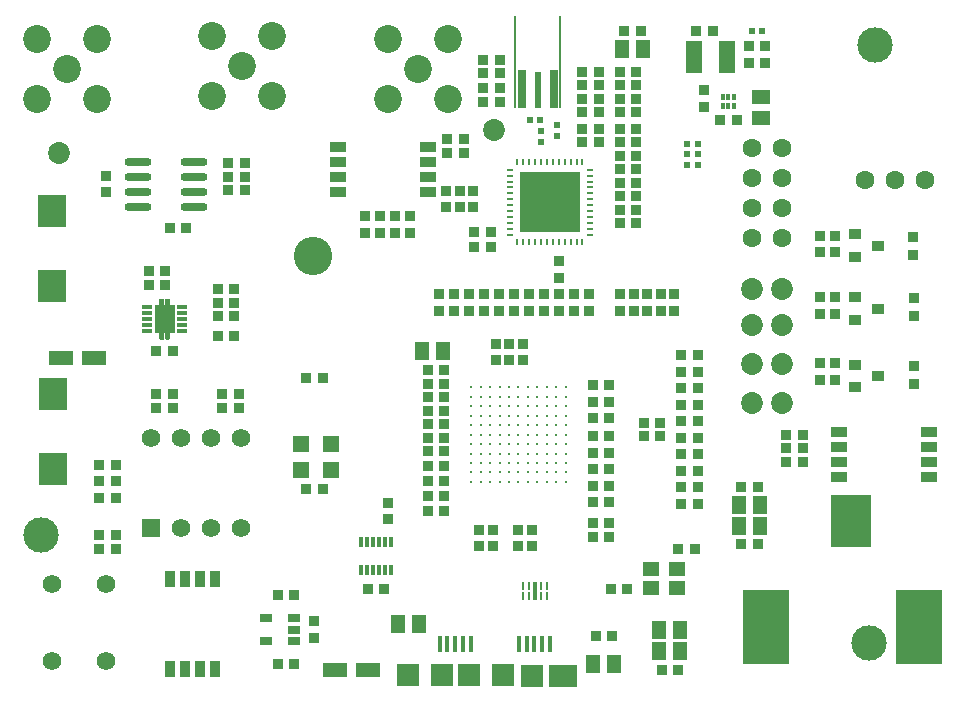
<source format=gts>
%FSLAX25Y25*%
%MOIN*%
G70*
G01*
G75*
G04 Layer_Color=8388736*
%ADD10C,0.01200*%
%ADD11C,0.01100*%
%ADD12R,0.03000X0.03000*%
%ADD13R,0.01122X0.30709*%
%ADD14R,0.02362X0.12244*%
%ADD15R,0.02953X0.13031*%
%ADD16R,0.03000X0.03000*%
%ADD17R,0.03543X0.03150*%
%ADD18R,0.03100X0.03100*%
%ADD19R,0.04449X0.05787*%
%ADD20R,0.07874X0.04724*%
%ADD21R,0.09449X0.10236*%
%ADD22R,0.01200X0.05300*%
%ADD23R,0.07100X0.07500*%
%ADD24R,0.09100X0.07500*%
%ADD25R,0.05000X0.02992*%
%ADD26R,0.02992X0.05000*%
%ADD27R,0.00787X0.02658*%
%ADD28R,0.01496X0.06100*%
%ADD29R,0.05118X0.04921*%
%ADD30R,0.01969X0.01969*%
%ADD31R,0.01969X0.01969*%
%ADD32R,0.12992X0.17323*%
%ADD33R,0.15354X0.24410*%
%ADD34R,0.05787X0.04449*%
%ADD35R,0.01181X0.02047*%
%ADD36R,0.01181X0.01929*%
%ADD37R,0.05079X0.10709*%
%ADD38R,0.01063X0.03150*%
%ADD39R,0.05512X0.04724*%
%ADD40O,0.08661X0.02362*%
%ADD41R,0.03347X0.01102*%
%ADD42R,0.06496X0.09449*%
%ADD43R,0.02362X0.00984*%
%ADD44R,0.00984X0.02362*%
%ADD45R,0.20079X0.20079*%
%ADD46R,0.03937X0.02756*%
%ADD47C,0.00945*%
%ADD48C,0.03937*%
%ADD49C,0.02500*%
%ADD50C,0.00500*%
%ADD51C,0.01000*%
%ADD52C,0.00800*%
%ADD53C,0.02000*%
%ADD54C,0.01500*%
%ADD55C,0.00600*%
%ADD56C,0.06000*%
%ADD57C,0.07000*%
%ADD58C,0.12500*%
%ADD59C,0.09000*%
%ADD60C,0.05906*%
%ADD61C,0.07874*%
%ADD62R,0.05906X0.05906*%
%ADD63C,0.03100*%
%ADD64C,0.01400*%
%ADD65C,0.01969*%
%ADD66C,0.04000*%
%ADD67C,0.04800*%
%ADD68C,0.14500*%
%ADD69C,0.07500*%
%ADD70C,0.05937*%
%ADD71C,0.09874*%
%ADD72C,0.05543*%
%ADD73C,0.03400*%
%ADD74C,0.02700*%
%ADD75C,0.08000*%
%ADD76C,0.02787*%
%ADD77C,0.00984*%
%ADD78C,0.00787*%
%ADD79C,0.00394*%
%ADD80C,0.01575*%
%ADD81C,0.02362*%
%ADD82C,0.01600*%
%ADD83R,0.04331X0.04331*%
%ADD84R,0.03300X0.03300*%
%ADD85R,0.03300X0.03300*%
%ADD86R,0.03843X0.03450*%
%ADD87R,0.03400X0.03400*%
%ADD88R,0.04749X0.06087*%
%ADD89R,0.08174X0.05024*%
%ADD90R,0.09749X0.10536*%
%ADD91R,0.01500X0.05600*%
%ADD92R,0.07400X0.07800*%
%ADD93R,0.09400X0.07800*%
%ADD94R,0.05300X0.03292*%
%ADD95R,0.03292X0.05300*%
%ADD96R,0.01087X0.02958*%
%ADD97R,0.01796X0.06400*%
%ADD98R,0.05418X0.05221*%
%ADD99R,0.02269X0.02269*%
%ADD100R,0.02269X0.02269*%
%ADD101R,0.13292X0.17623*%
%ADD102R,0.15654X0.24710*%
%ADD103R,0.06087X0.04749*%
%ADD104R,0.01575X0.02441*%
%ADD105R,0.01575X0.02323*%
%ADD106R,0.05379X0.11009*%
%ADD107R,0.01363X0.03450*%
%ADD108R,0.05812X0.05024*%
%ADD109O,0.08961X0.02662*%
%ADD110R,0.03647X0.01402*%
%ADD111R,0.06796X0.09749*%
%ADD112R,0.20379X0.20379*%
%ADD113R,0.04237X0.03056*%
%ADD114C,0.01245*%
%ADD115C,0.11811*%
%ADD116C,0.06300*%
%ADD117C,0.00300*%
%ADD118C,0.07300*%
%ADD119C,0.12800*%
%ADD120C,0.09300*%
%ADD121C,0.06206*%
%ADD122R,0.06206X0.06206*%
G36*
X50596Y119455D02*
X50625Y119446D01*
X50651Y119432D01*
X50674Y119414D01*
X50692Y119391D01*
X50706Y119365D01*
X50715Y119336D01*
X50718Y119307D01*
Y117339D01*
X50715Y117309D01*
X50706Y117281D01*
X50692Y117255D01*
X50674Y117232D01*
X50651Y117213D01*
X50625Y117199D01*
X50596Y117191D01*
X50567Y117188D01*
X49464D01*
X49435Y117191D01*
X49407Y117199D01*
X49381Y117213D01*
X49358Y117232D01*
X49339Y117255D01*
X49325Y117281D01*
X49317Y117309D01*
X49314Y117339D01*
Y119307D01*
X49317Y119336D01*
X49325Y119365D01*
X49339Y119391D01*
X49358Y119414D01*
X49381Y119432D01*
X49407Y119446D01*
X49435Y119455D01*
X49464Y119458D01*
X50567D01*
X50596Y119455D01*
D02*
G37*
G36*
X48628D02*
X48656Y119446D01*
X48682Y119432D01*
X48705Y119414D01*
X48724Y119391D01*
X48738Y119365D01*
X48746Y119336D01*
X48749Y119307D01*
Y117339D01*
X48746Y117309D01*
X48738Y117281D01*
X48724Y117255D01*
X48705Y117232D01*
X48682Y117213D01*
X48656Y117199D01*
X48628Y117191D01*
X48598Y117188D01*
X47496D01*
X47467Y117191D01*
X47438Y117199D01*
X47412Y117213D01*
X47389Y117232D01*
X47371Y117255D01*
X47357Y117281D01*
X47348Y117309D01*
X47345Y117339D01*
Y119307D01*
X47348Y119336D01*
X47357Y119365D01*
X47371Y119391D01*
X47389Y119414D01*
X47412Y119432D01*
X47438Y119446D01*
X47467Y119455D01*
X47496Y119458D01*
X48598D01*
X48628Y119455D01*
D02*
G37*
G36*
X50596Y130872D02*
X50625Y130864D01*
X50651Y130850D01*
X50674Y130831D01*
X50692Y130808D01*
X50706Y130782D01*
X50715Y130754D01*
X50718Y130724D01*
Y128756D01*
X50715Y128726D01*
X50706Y128698D01*
X50692Y128672D01*
X50674Y128649D01*
X50651Y128630D01*
X50625Y128617D01*
X50596Y128608D01*
X50567Y128605D01*
X49464D01*
X49435Y128608D01*
X49407Y128617D01*
X49381Y128630D01*
X49358Y128649D01*
X49339Y128672D01*
X49325Y128698D01*
X49317Y128726D01*
X49314Y128756D01*
Y130724D01*
X49317Y130754D01*
X49325Y130782D01*
X49339Y130808D01*
X49358Y130831D01*
X49381Y130850D01*
X49407Y130864D01*
X49435Y130872D01*
X49464Y130875D01*
X50567D01*
X50596Y130872D01*
D02*
G37*
G36*
X48628D02*
X48656Y130864D01*
X48682Y130850D01*
X48705Y130831D01*
X48724Y130808D01*
X48738Y130782D01*
X48746Y130754D01*
X48749Y130724D01*
Y128756D01*
X48746Y128726D01*
X48738Y128698D01*
X48724Y128672D01*
X48705Y128649D01*
X48682Y128630D01*
X48656Y128617D01*
X48628Y128608D01*
X48598Y128605D01*
X47496D01*
X47467Y128608D01*
X47438Y128617D01*
X47412Y128630D01*
X47389Y128649D01*
X47371Y128672D01*
X47357Y128698D01*
X47348Y128726D01*
X47345Y128756D01*
Y130724D01*
X47348Y130754D01*
X47357Y130782D01*
X47371Y130808D01*
X47389Y130831D01*
X47412Y130850D01*
X47438Y130864D01*
X47467Y130872D01*
X47496Y130875D01*
X48598D01*
X48628Y130872D01*
D02*
G37*
D13*
X181010Y209646D02*
D03*
X165990D02*
D03*
D14*
X173500Y200413D02*
D03*
D15*
X168028Y200807D02*
D03*
X178972D02*
D03*
D43*
X190886Y173827D02*
D03*
Y169890D02*
D03*
Y171858D02*
D03*
Y167921D02*
D03*
Y163984D02*
D03*
Y165953D02*
D03*
Y162016D02*
D03*
Y158079D02*
D03*
Y160047D02*
D03*
Y154142D02*
D03*
Y152173D02*
D03*
Y156110D02*
D03*
X164114Y173827D02*
D03*
Y163984D02*
D03*
Y165953D02*
D03*
Y162016D02*
D03*
Y169890D02*
D03*
Y171858D02*
D03*
Y167921D02*
D03*
Y158079D02*
D03*
Y160047D02*
D03*
Y154142D02*
D03*
Y156110D02*
D03*
Y152173D02*
D03*
D44*
X188327Y176386D02*
D03*
X186358D02*
D03*
X182421D02*
D03*
X180453D02*
D03*
X184390D02*
D03*
X178484D02*
D03*
X176516D02*
D03*
X188327Y149614D02*
D03*
X184390D02*
D03*
X182421D02*
D03*
X186358D02*
D03*
X178484D02*
D03*
X176516D02*
D03*
X180453D02*
D03*
X172579Y176386D02*
D03*
X170610D02*
D03*
X174547D02*
D03*
X168642D02*
D03*
X166673D02*
D03*
X172579Y149614D02*
D03*
X170610D02*
D03*
X174547D02*
D03*
X166673D02*
D03*
X168642D02*
D03*
D84*
X231750Y220000D02*
D03*
X226250D02*
D03*
X207750D02*
D03*
X202250D02*
D03*
X206250Y160500D02*
D03*
X200750D02*
D03*
X142250Y84500D02*
D03*
X136750D02*
D03*
X198250Y18500D02*
D03*
X192750D02*
D03*
X92250Y32000D02*
D03*
X86750D02*
D03*
X46250Y99000D02*
D03*
X51750D02*
D03*
X46250Y94500D02*
D03*
X51750D02*
D03*
X136750Y75000D02*
D03*
X142250D02*
D03*
X136750Y70000D02*
D03*
X142250D02*
D03*
X136750Y65000D02*
D03*
X142250D02*
D03*
X136750Y102500D02*
D03*
X142250D02*
D03*
X136750Y98000D02*
D03*
X142250D02*
D03*
X136750Y60000D02*
D03*
X142250D02*
D03*
X136750Y89000D02*
D03*
X142250D02*
D03*
X197250Y85000D02*
D03*
X191750D02*
D03*
X197250Y102000D02*
D03*
X191750D02*
D03*
X136750Y80000D02*
D03*
X142250D02*
D03*
X197250Y51500D02*
D03*
X191750D02*
D03*
X197250Y56000D02*
D03*
X191750D02*
D03*
X220250Y7000D02*
D03*
X214750D02*
D03*
X197250Y63000D02*
D03*
X191750D02*
D03*
X246750Y49000D02*
D03*
X241250D02*
D03*
X197250Y79500D02*
D03*
X191750D02*
D03*
X246750Y68000D02*
D03*
X241250D02*
D03*
X136750Y93500D02*
D03*
X142250D02*
D03*
X101750Y104500D02*
D03*
X96250D02*
D03*
X197250Y96500D02*
D03*
X191750D02*
D03*
X197250Y91000D02*
D03*
X191750D02*
D03*
X214250Y89500D02*
D03*
X208750D02*
D03*
X214250Y85000D02*
D03*
X208750D02*
D03*
X197250Y68500D02*
D03*
X191750D02*
D03*
X197250Y74000D02*
D03*
X191750D02*
D03*
X43800Y140000D02*
D03*
X49300D02*
D03*
X49281Y135531D02*
D03*
X43782D02*
D03*
X66800Y134000D02*
D03*
X72300D02*
D03*
X46281Y113531D02*
D03*
X51781D02*
D03*
X56200Y154500D02*
D03*
X50700D02*
D03*
X32750Y52000D02*
D03*
X27250D02*
D03*
X122250Y34000D02*
D03*
X116750D02*
D03*
X197750D02*
D03*
X203250D02*
D03*
X225750Y47500D02*
D03*
X220250D02*
D03*
X256250Y76500D02*
D03*
X261750D02*
D03*
X256250Y81000D02*
D03*
X261750D02*
D03*
X256250Y85500D02*
D03*
X261750D02*
D03*
X226750Y62500D02*
D03*
X221250D02*
D03*
Y112000D02*
D03*
X226750D02*
D03*
X221250Y106500D02*
D03*
X226750D02*
D03*
X221250Y101000D02*
D03*
X226750D02*
D03*
X73750Y99000D02*
D03*
X68250D02*
D03*
X73750Y94500D02*
D03*
X68250D02*
D03*
X221250Y90000D02*
D03*
X226750D02*
D03*
X221250Y79000D02*
D03*
X226750D02*
D03*
X221250Y68000D02*
D03*
X226750D02*
D03*
Y95500D02*
D03*
X221250D02*
D03*
X226750Y84500D02*
D03*
X221250D02*
D03*
X226750Y73500D02*
D03*
X221250D02*
D03*
X86750Y9000D02*
D03*
X92250D02*
D03*
X32750Y64500D02*
D03*
X27250D02*
D03*
X32750Y70000D02*
D03*
X27250D02*
D03*
X32750Y75500D02*
D03*
X27250D02*
D03*
X72281Y129532D02*
D03*
X66781D02*
D03*
X72250Y125000D02*
D03*
X66750D02*
D03*
X66781Y118532D02*
D03*
X72281D02*
D03*
X70250Y176000D02*
D03*
X75750D02*
D03*
X70250Y171500D02*
D03*
X75750D02*
D03*
X75750Y167000D02*
D03*
X70250D02*
D03*
X27250Y47500D02*
D03*
X32750D02*
D03*
X136750Y107000D02*
D03*
X142250D02*
D03*
X96250Y67500D02*
D03*
X101750D02*
D03*
X157750Y148000D02*
D03*
X152250D02*
D03*
X157750Y153000D02*
D03*
X152250D02*
D03*
X160750Y196500D02*
D03*
X155250D02*
D03*
X160750Y201000D02*
D03*
X155250D02*
D03*
X160750Y206000D02*
D03*
X155250D02*
D03*
X188250Y193000D02*
D03*
X193750D02*
D03*
X188250Y197500D02*
D03*
X193750D02*
D03*
X188250Y202000D02*
D03*
X193750D02*
D03*
Y187500D02*
D03*
X188250D02*
D03*
X193750Y183000D02*
D03*
X188250D02*
D03*
X200750Y169500D02*
D03*
X206250D02*
D03*
X200750Y178500D02*
D03*
X206250D02*
D03*
X200750Y174000D02*
D03*
X206250D02*
D03*
X148750Y184000D02*
D03*
X143250D02*
D03*
X148750Y179500D02*
D03*
X143250D02*
D03*
X200750Y156000D02*
D03*
X206250D02*
D03*
X200750Y165000D02*
D03*
X206250D02*
D03*
X160750Y210500D02*
D03*
X155250D02*
D03*
X188250Y206500D02*
D03*
X193750D02*
D03*
X200750Y197500D02*
D03*
X206250D02*
D03*
X200750Y187500D02*
D03*
X206250D02*
D03*
X200750Y202000D02*
D03*
X206250D02*
D03*
Y193000D02*
D03*
X200750D02*
D03*
X206250Y183000D02*
D03*
X200750D02*
D03*
X206250Y206500D02*
D03*
X200750D02*
D03*
X239750Y190500D02*
D03*
X234250D02*
D03*
X243750Y215000D02*
D03*
X249250D02*
D03*
Y209500D02*
D03*
X243750D02*
D03*
D85*
X140500Y132250D02*
D03*
Y126750D02*
D03*
X145500Y132250D02*
D03*
Y126750D02*
D03*
X267500Y125750D02*
D03*
Y131250D02*
D03*
Y109250D02*
D03*
Y103750D02*
D03*
X272500Y103750D02*
D03*
Y109250D02*
D03*
X167000Y53750D02*
D03*
Y48250D02*
D03*
X171500Y53750D02*
D03*
Y48250D02*
D03*
X99000Y23250D02*
D03*
Y17750D02*
D03*
X164000Y115750D02*
D03*
Y110250D02*
D03*
X168500Y115750D02*
D03*
Y110250D02*
D03*
X158500Y48250D02*
D03*
Y53750D02*
D03*
X159500Y115750D02*
D03*
Y110250D02*
D03*
X29500Y166300D02*
D03*
Y171800D02*
D03*
X154000Y48250D02*
D03*
Y53750D02*
D03*
X210000Y126750D02*
D03*
Y132250D02*
D03*
X205500Y126750D02*
D03*
Y132250D02*
D03*
X201000Y126750D02*
D03*
Y132250D02*
D03*
X219000Y126750D02*
D03*
Y132250D02*
D03*
X214500Y126750D02*
D03*
Y132250D02*
D03*
X190500Y126750D02*
D03*
Y132250D02*
D03*
X150500Y126750D02*
D03*
Y132250D02*
D03*
X155500Y126750D02*
D03*
Y132250D02*
D03*
X160500Y126750D02*
D03*
Y132250D02*
D03*
X165500Y126750D02*
D03*
Y132250D02*
D03*
X170500Y126750D02*
D03*
Y132250D02*
D03*
X175500Y126750D02*
D03*
Y132250D02*
D03*
X180500Y126750D02*
D03*
Y132250D02*
D03*
X185500Y126750D02*
D03*
Y132250D02*
D03*
X123500Y57250D02*
D03*
Y62750D02*
D03*
X272500Y131250D02*
D03*
Y125750D02*
D03*
X272500Y151750D02*
D03*
Y146250D02*
D03*
X267500Y146250D02*
D03*
Y151750D02*
D03*
X152000Y161250D02*
D03*
Y166750D02*
D03*
X147500Y161250D02*
D03*
Y166750D02*
D03*
X143000Y161250D02*
D03*
Y166750D02*
D03*
X180500Y143250D02*
D03*
Y137750D02*
D03*
X116000Y158250D02*
D03*
Y152750D02*
D03*
X121000Y158250D02*
D03*
Y152750D02*
D03*
X126000Y158250D02*
D03*
Y152750D02*
D03*
X131000Y158250D02*
D03*
Y152750D02*
D03*
X229000Y200250D02*
D03*
Y194750D02*
D03*
D86*
X279063Y131240D02*
D03*
Y123760D02*
D03*
X286937Y127500D02*
D03*
Y148500D02*
D03*
X279063Y144760D02*
D03*
Y152240D02*
D03*
X286937Y105000D02*
D03*
X279063Y101260D02*
D03*
Y108740D02*
D03*
D87*
X299000Y108450D02*
D03*
Y102550D02*
D03*
Y125050D02*
D03*
Y130950D02*
D03*
X298500Y145550D02*
D03*
Y151450D02*
D03*
D88*
X220984Y20500D02*
D03*
X214016D02*
D03*
X192016Y9000D02*
D03*
X198984D02*
D03*
X201516Y214000D02*
D03*
X208484D02*
D03*
X247484Y62000D02*
D03*
X240516D02*
D03*
X247484Y55000D02*
D03*
X240516D02*
D03*
X220984Y13500D02*
D03*
X214016D02*
D03*
X141984Y113500D02*
D03*
X135016D02*
D03*
X133984Y22500D02*
D03*
X127016D02*
D03*
D89*
X14488Y111000D02*
D03*
X25512D02*
D03*
X105988Y7000D02*
D03*
X117012D02*
D03*
D90*
X12000Y99098D02*
D03*
Y73902D02*
D03*
X11500Y160099D02*
D03*
Y134902D02*
D03*
D91*
X174950Y15775D02*
D03*
X177550D02*
D03*
X167150D02*
D03*
X169750D02*
D03*
X140750D02*
D03*
X148550D02*
D03*
X151150D02*
D03*
X172350D02*
D03*
X145950D02*
D03*
X143350D02*
D03*
D92*
X130200Y5275D02*
D03*
X141450D02*
D03*
X150450D02*
D03*
X161700D02*
D03*
X171500Y5225D02*
D03*
D93*
X181800D02*
D03*
D94*
X304000Y71500D02*
D03*
Y76500D02*
D03*
Y81500D02*
D03*
Y86500D02*
D03*
X274000Y71500D02*
D03*
Y76500D02*
D03*
Y81500D02*
D03*
Y86500D02*
D03*
X137000Y166500D02*
D03*
Y171500D02*
D03*
Y176500D02*
D03*
Y181500D02*
D03*
X107000Y166500D02*
D03*
Y171500D02*
D03*
Y176500D02*
D03*
Y181500D02*
D03*
D95*
X66000Y37500D02*
D03*
X61000D02*
D03*
X56000D02*
D03*
X51000D02*
D03*
X66000Y7500D02*
D03*
X61000D02*
D03*
X56000D02*
D03*
X51000D02*
D03*
D96*
X176400Y35200D02*
D03*
X174400D02*
D03*
X170600D02*
D03*
X168600D02*
D03*
Y31800D02*
D03*
X170600D02*
D03*
X174400D02*
D03*
X176400D02*
D03*
D97*
X172500Y33500D02*
D03*
D98*
X104500Y73571D02*
D03*
X94500Y82429D02*
D03*
Y73571D02*
D03*
X104500Y82429D02*
D03*
D99*
X180000Y185228D02*
D03*
Y188772D02*
D03*
X174500Y183228D02*
D03*
Y186772D02*
D03*
D100*
X170728Y190500D02*
D03*
X174272D02*
D03*
X244728Y220000D02*
D03*
X248272D02*
D03*
X223228Y182500D02*
D03*
X226772D02*
D03*
X223228Y179000D02*
D03*
X226772D02*
D03*
X223228Y175500D02*
D03*
X226772D02*
D03*
D101*
X277756Y56705D02*
D03*
D102*
X300394Y21272D02*
D03*
X249606D02*
D03*
D103*
X248000Y197984D02*
D03*
Y191016D02*
D03*
D104*
X238968Y198000D02*
D03*
D105*
X237000D02*
D03*
X235032D02*
D03*
Y194968D02*
D03*
X237000D02*
D03*
X238968D02*
D03*
D106*
X236531Y211500D02*
D03*
X225468D02*
D03*
D107*
X124421Y49724D02*
D03*
X122453D02*
D03*
X120484D02*
D03*
X118516D02*
D03*
X116547D02*
D03*
X114579D02*
D03*
X124421Y40276D02*
D03*
X122453D02*
D03*
X120484D02*
D03*
X118516D02*
D03*
X116547D02*
D03*
X114579D02*
D03*
D108*
X219831Y40650D02*
D03*
Y34350D02*
D03*
X211169Y40650D02*
D03*
Y34350D02*
D03*
D109*
X58949Y176500D02*
D03*
Y166500D02*
D03*
Y171500D02*
D03*
Y161500D02*
D03*
X40051Y176500D02*
D03*
Y171500D02*
D03*
Y166500D02*
D03*
Y161500D02*
D03*
D110*
X54839Y127969D02*
D03*
Y126000D02*
D03*
Y124031D02*
D03*
Y122063D02*
D03*
Y120095D02*
D03*
X43224Y127969D02*
D03*
Y124031D02*
D03*
Y126000D02*
D03*
Y120095D02*
D03*
Y122063D02*
D03*
D111*
X49031Y124031D02*
D03*
D112*
X177500Y163000D02*
D03*
D113*
X92225Y20500D02*
D03*
Y24240D02*
D03*
Y16760D02*
D03*
X82776Y24240D02*
D03*
Y16760D02*
D03*
D114*
X182748Y101248D02*
D03*
Y98098D02*
D03*
X179598Y101248D02*
D03*
X182748Y94949D02*
D03*
X179598Y98098D02*
D03*
X176449D02*
D03*
Y101248D02*
D03*
X179598Y94949D02*
D03*
X176449D02*
D03*
X182748Y91799D02*
D03*
Y88650D02*
D03*
X179598Y91799D02*
D03*
X182748Y85500D02*
D03*
X179598Y88650D02*
D03*
X176449D02*
D03*
Y91799D02*
D03*
X179598Y85500D02*
D03*
X176449D02*
D03*
X173299Y98098D02*
D03*
Y94949D02*
D03*
Y101248D02*
D03*
Y91799D02*
D03*
X170150Y94949D02*
D03*
Y98098D02*
D03*
Y101248D02*
D03*
X167000Y91799D02*
D03*
Y94949D02*
D03*
X173299Y88650D02*
D03*
X170150Y91799D02*
D03*
X173299Y85500D02*
D03*
X170150Y88650D02*
D03*
Y85500D02*
D03*
X167000Y88650D02*
D03*
Y85500D02*
D03*
X182748Y76051D02*
D03*
Y82350D02*
D03*
X179598D02*
D03*
X176449D02*
D03*
X182748Y79201D02*
D03*
X179598D02*
D03*
X182748Y69752D02*
D03*
Y72902D02*
D03*
X179598D02*
D03*
Y76051D02*
D03*
Y69752D02*
D03*
X176449D02*
D03*
X173299Y82350D02*
D03*
X176449Y79201D02*
D03*
X173299D02*
D03*
X176449Y76051D02*
D03*
X173299D02*
D03*
X170150Y82350D02*
D03*
X167000D02*
D03*
X170150Y79201D02*
D03*
X167000D02*
D03*
X176449Y72902D02*
D03*
X170150Y76051D02*
D03*
X173299Y69752D02*
D03*
Y72902D02*
D03*
X170150D02*
D03*
X167000D02*
D03*
X170150Y69752D02*
D03*
X167000D02*
D03*
X163850Y101248D02*
D03*
X167000D02*
D03*
X160701Y98098D02*
D03*
X167000D02*
D03*
X163850D02*
D03*
X160701Y101248D02*
D03*
X163850Y91799D02*
D03*
Y88650D02*
D03*
Y94949D02*
D03*
Y85500D02*
D03*
X160701Y91799D02*
D03*
Y94949D02*
D03*
Y85500D02*
D03*
Y88650D02*
D03*
X157551Y101248D02*
D03*
Y98098D02*
D03*
X154402Y101248D02*
D03*
X157551Y94949D02*
D03*
X154402Y98098D02*
D03*
X151252D02*
D03*
Y101248D02*
D03*
X154402Y94949D02*
D03*
X151252D02*
D03*
X157551Y91799D02*
D03*
X154402D02*
D03*
X157551Y85500D02*
D03*
Y88650D02*
D03*
X154402D02*
D03*
X151252Y91799D02*
D03*
X154402Y85500D02*
D03*
X151252Y88650D02*
D03*
X163850Y82350D02*
D03*
Y79201D02*
D03*
X160701Y82350D02*
D03*
X167000Y76051D02*
D03*
X163850D02*
D03*
X160701Y79201D02*
D03*
X157551Y82350D02*
D03*
Y76051D02*
D03*
X163850Y72902D02*
D03*
X160701Y76051D02*
D03*
X163850Y69752D02*
D03*
X160701Y72902D02*
D03*
Y69752D02*
D03*
X151252Y85500D02*
D03*
X154402Y82350D02*
D03*
X151252D02*
D03*
X157551Y79201D02*
D03*
X154402D02*
D03*
X151252D02*
D03*
X157551Y72902D02*
D03*
X154402D02*
D03*
X157551Y69752D02*
D03*
X154402D02*
D03*
Y76051D02*
D03*
X151252D02*
D03*
Y69752D02*
D03*
Y72902D02*
D03*
D115*
X8000Y52000D02*
D03*
X286000Y215500D02*
D03*
X284000Y16000D02*
D03*
D116*
X302500Y170500D02*
D03*
X282500D02*
D03*
X292500D02*
D03*
X245000Y161000D02*
D03*
Y151000D02*
D03*
Y181000D02*
D03*
Y171000D02*
D03*
X255000Y161000D02*
D03*
Y151000D02*
D03*
Y181000D02*
D03*
Y171000D02*
D03*
D117*
X290500Y97500D02*
D03*
X306500Y113500D02*
D03*
X290500Y120000D02*
D03*
X306500Y136000D02*
D03*
X290500Y140500D02*
D03*
X306500Y156500D02*
D03*
D118*
X255000Y134000D02*
D03*
X245000D02*
D03*
X245000Y96000D02*
D03*
X255000D02*
D03*
X245000Y109000D02*
D03*
X255000D02*
D03*
X245000Y122000D02*
D03*
X255000D02*
D03*
X14000Y179500D02*
D03*
X159000Y187000D02*
D03*
D119*
X98500Y145000D02*
D03*
D120*
X75000Y208500D02*
D03*
X85000Y218500D02*
D03*
X65000D02*
D03*
Y198500D02*
D03*
X85000D02*
D03*
X133500Y207500D02*
D03*
X143500Y217500D02*
D03*
X123500D02*
D03*
Y197500D02*
D03*
X143500D02*
D03*
X16500Y207500D02*
D03*
X26500Y217500D02*
D03*
X6500D02*
D03*
Y197500D02*
D03*
X26500D02*
D03*
D121*
X29358Y10205D02*
D03*
X11642D02*
D03*
Y35795D02*
D03*
X29358D02*
D03*
X74500Y84500D02*
D03*
X64500D02*
D03*
X54500D02*
D03*
X74500Y54500D02*
D03*
X54500D02*
D03*
X64500D02*
D03*
X44500Y84500D02*
D03*
D122*
Y54500D02*
D03*
M02*

</source>
